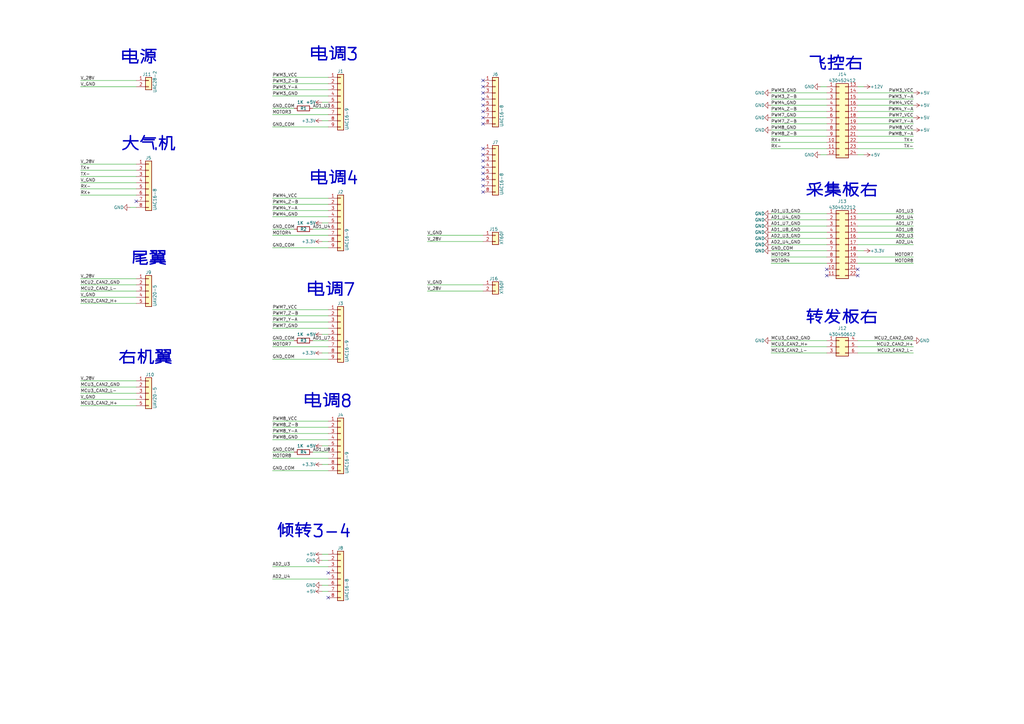
<source format=kicad_sch>
(kicad_sch (version 20230121) (generator eeschema)
  (paper "A3")
  (title_block (title "设备盒PCB1") (company "南京拓兴智控"))
  (lib_symbols
    (symbol "Connector_Generic:Conn_01x02" (pin_names (offset 1.016) hide)
      (property "Reference" "J" (at 0 2.54 0))
      (property "Value" "Conn_01x02" (at 0 -5.08 0))
      (symbol "Conn_01x02_1_1"
        (rectangle (start -1.27 -2.413) (end 0 -2.667) (stroke (width 0.1524)))
        (rectangle (start -1.27 0.127) (end 0 -0.127) (stroke (width 0.1524)))
        (rectangle (start -1.27 1.27) (end 1.27 -3.81) (stroke (width 0.254)) (fill (type background)))
        (pin passive line (at -5.08 0 0) (length 3.81) (name "Pin_1") (number "1"))
        (pin passive line (at -5.08 -2.54 0) (length 3.81) (name "Pin_2") (number "2"))
      )
    )
    (symbol "Connector_Generic:Conn_01x05" (pin_names (offset 1.016) hide)
      (property "Reference" "J" (at 0 7.62 0))
      (property "Value" "Conn_01x05" (at 0 -7.62 0))
      (symbol "Conn_01x05_1_1"
        (rectangle (start -1.27 -4.953) (end 0 -5.207) (stroke (width 0.1524)))
        (rectangle (start -1.27 -2.413) (end 0 -2.667) (stroke (width 0.1524)))
        (rectangle (start -1.27 0.127) (end 0 -0.127) (stroke (width 0.1524)))
        (rectangle (start -1.27 2.667) (end 0 2.413) (stroke (width 0.1524)))
        (rectangle (start -1.27 5.207) (end 0 4.953) (stroke (width 0.1524)))
        (rectangle (start -1.27 6.35) (end 1.27 -6.35) (stroke (width 0.254)) (fill (type background)))
        (pin passive line (at -5.08 5.08 0) (length 3.81) (name "Pin_1") (number "1"))
        (pin passive line (at -5.08 2.54 0) (length 3.81) (name "Pin_2") (number "2"))
        (pin passive line (at -5.08 0 0) (length 3.81) (name "Pin_3") (number "3"))
        (pin passive line (at -5.08 -2.54 0) (length 3.81) (name "Pin_4") (number "4"))
        (pin passive line (at -5.08 -5.08 0) (length 3.81) (name "Pin_5") (number "5"))
      )
    )
    (symbol "Connector_Generic:Conn_01x08" (pin_names (offset 1.016) hide)
      (property "Reference" "J" (at 0 10.16 0))
      (property "Value" "Conn_01x08" (at 0 -12.7 0))
      (symbol "Conn_01x08_1_1"
        (rectangle (start -1.27 -10.033) (end 0 -10.287) (stroke (width 0.1524)))
        (rectangle (start -1.27 -7.493) (end 0 -7.747) (stroke (width 0.1524)))
        (rectangle (start -1.27 -4.953) (end 0 -5.207) (stroke (width 0.1524)))
        (rectangle (start -1.27 -2.413) (end 0 -2.667) (stroke (width 0.1524)))
        (rectangle (start -1.27 0.127) (end 0 -0.127) (stroke (width 0.1524)))
        (rectangle (start -1.27 2.667) (end 0 2.413) (stroke (width 0.1524)))
        (rectangle (start -1.27 5.207) (end 0 4.953) (stroke (width 0.1524)))
        (rectangle (start -1.27 7.747) (end 0 7.493) (stroke (width 0.1524)))
        (rectangle (start -1.27 8.89) (end 1.27 -11.43) (stroke (width 0.254)) (fill (type background)))
        (pin passive line (at -5.08 7.62 0) (length 3.81) (name "Pin_1") (number "1"))
        (pin passive line (at -5.08 5.08 0) (length 3.81) (name "Pin_2") (number "2"))
        (pin passive line (at -5.08 2.54 0) (length 3.81) (name "Pin_3") (number "3"))
        (pin passive line (at -5.08 0 0) (length 3.81) (name "Pin_4") (number "4"))
        (pin passive line (at -5.08 -2.54 0) (length 3.81) (name "Pin_5") (number "5"))
        (pin passive line (at -5.08 -5.08 0) (length 3.81) (name "Pin_6") (number "6"))
        (pin passive line (at -5.08 -7.62 0) (length 3.81) (name "Pin_7") (number "7"))
        (pin passive line (at -5.08 -10.16 0) (length 3.81) (name "Pin_8") (number "8"))
      )
    )
    (symbol "Connector_Generic:Conn_01x09" (pin_names (offset 1.016) hide)
      (property "Reference" "J" (at 0 12.7 0))
      (property "Value" "Conn_01x09" (at 0 -12.7 0))
      (symbol "Conn_01x09_1_1"
        (rectangle (start -1.27 -10.033) (end 0 -10.287) (stroke (width 0.1524)))
        (rectangle (start -1.27 -7.493) (end 0 -7.747) (stroke (width 0.1524)))
        (rectangle (start -1.27 -4.953) (end 0 -5.207) (stroke (width 0.1524)))
        (rectangle (start -1.27 -2.413) (end 0 -2.667) (stroke (width 0.1524)))
        (rectangle (start -1.27 0.127) (end 0 -0.127) (stroke (width 0.1524)))
        (rectangle (start -1.27 2.667) (end 0 2.413) (stroke (width 0.1524)))
        (rectangle (start -1.27 5.207) (end 0 4.953) (stroke (width 0.1524)))
        (rectangle (start -1.27 7.747) (end 0 7.493) (stroke (width 0.1524)))
        (rectangle (start -1.27 10.287) (end 0 10.033) (stroke (width 0.1524)))
        (rectangle (start -1.27 11.43) (end 1.27 -11.43) (stroke (width 0.254)) (fill (type background)))
        (pin passive line (at -5.08 10.16 0) (length 3.81) (name "Pin_1") (number "1"))
        (pin passive line (at -5.08 7.62 0) (length 3.81) (name "Pin_2") (number "2"))
        (pin passive line (at -5.08 5.08 0) (length 3.81) (name "Pin_3") (number "3"))
        (pin passive line (at -5.08 2.54 0) (length 3.81) (name "Pin_4") (number "4"))
        (pin passive line (at -5.08 0 0) (length 3.81) (name "Pin_5") (number "5"))
        (pin passive line (at -5.08 -2.54 0) (length 3.81) (name "Pin_6") (number "6"))
        (pin passive line (at -5.08 -5.08 0) (length 3.81) (name "Pin_7") (number "7"))
        (pin passive line (at -5.08 -7.62 0) (length 3.81) (name "Pin_8") (number "8"))
        (pin passive line (at -5.08 -10.16 0) (length 3.81) (name "Pin_9") (number "9"))
      )
    )
    (symbol "Connector_Generic:Conn_02x03_Top_Bottom" (pin_names (offset 1.016) hide)
      (property "Reference" "J" (at 1.27 5.08 0))
      (property "Value" "Conn_02x03_Top_Bottom" (at 1.27 -5.08 0))
      (symbol "Conn_02x03_Top_Bottom_1_1"
        (rectangle (start -1.27 -2.413) (end 0 -2.667) (stroke (width 0.1524)))
        (rectangle (start -1.27 0.127) (end 0 -0.127) (stroke (width 0.1524)))
        (rectangle (start -1.27 2.667) (end 0 2.413) (stroke (width 0.1524)))
        (rectangle (start -1.27 3.81) (end 3.81 -3.81) (stroke (width 0.254)) (fill (type background)))
        (rectangle (start 3.81 -2.413) (end 2.54 -2.667) (stroke (width 0.1524)))
        (rectangle (start 3.81 0.127) (end 2.54 -0.127) (stroke (width 0.1524)))
        (rectangle (start 3.81 2.667) (end 2.54 2.413) (stroke (width 0.1524)))
        (pin passive line (at -5.08 2.54 0) (length 3.81) (name "Pin_1") (number "1"))
        (pin passive line (at -5.08 0 0) (length 3.81) (name "Pin_2") (number "2"))
        (pin passive line (at -5.08 -2.54 0) (length 3.81) (name "Pin_3") (number "3"))
        (pin passive line (at 7.62 2.54 180) (length 3.81) (name "Pin_4") (number "4"))
        (pin passive line (at 7.62 0 180) (length 3.81) (name "Pin_5") (number "5"))
        (pin passive line (at 7.62 -2.54 180) (length 3.81) (name "Pin_6") (number "6"))
      )
    )
    (symbol "Connector_Generic:Conn_02x11_Top_Bottom" (pin_names (offset 1.016) hide)
      (property "Reference" "J" (at 1.27 15.24 0))
      (property "Value" "Conn_02x11_Top_Bottom" (at 1.27 -15.24 0))
      (symbol "Conn_02x11_Top_Bottom_1_1"
        (rectangle (start -1.27 -12.573) (end 0 -12.827) (stroke (width 0.1524)))
        (rectangle (start -1.27 -10.033) (end 0 -10.287) (stroke (width 0.1524)))
        (rectangle (start -1.27 -7.493) (end 0 -7.747) (stroke (width 0.1524)))
        (rectangle (start -1.27 -4.953) (end 0 -5.207) (stroke (width 0.1524)))
        (rectangle (start -1.27 -2.413) (end 0 -2.667) (stroke (width 0.1524)))
        (rectangle (start -1.27 0.127) (end 0 -0.127) (stroke (width 0.1524)))
        (rectangle (start -1.27 2.667) (end 0 2.413) (stroke (width 0.1524)))
        (rectangle (start -1.27 5.207) (end 0 4.953) (stroke (width 0.1524)))
        (rectangle (start -1.27 7.747) (end 0 7.493) (stroke (width 0.1524)))
        (rectangle (start -1.27 10.287) (end 0 10.033) (stroke (width 0.1524)))
        (rectangle (start -1.27 12.827) (end 0 12.573) (stroke (width 0.1524)))
        (rectangle (start -1.27 13.97) (end 3.81 -13.97) (stroke (width 0.254)) (fill (type background)))
        (rectangle (start 3.81 -12.573) (end 2.54 -12.827) (stroke (width 0.1524)))
        (rectangle (start 3.81 -10.033) (end 2.54 -10.287) (stroke (width 0.1524)))
        (rectangle (start 3.81 -7.493) (end 2.54 -7.747) (stroke (width 0.1524)))
        (rectangle (start 3.81 -4.953) (end 2.54 -5.207) (stroke (width 0.1524)))
        (rectangle (start 3.81 -2.413) (end 2.54 -2.667) (stroke (width 0.1524)))
        (rectangle (start 3.81 0.127) (end 2.54 -0.127) (stroke (width 0.1524)))
        (rectangle (start 3.81 2.667) (end 2.54 2.413) (stroke (width 0.1524)))
        (rectangle (start 3.81 5.207) (end 2.54 4.953) (stroke (width 0.1524)))
        (rectangle (start 3.81 7.747) (end 2.54 7.493) (stroke (width 0.1524)))
        (rectangle (start 3.81 10.287) (end 2.54 10.033) (stroke (width 0.1524)))
        (rectangle (start 3.81 12.827) (end 2.54 12.573) (stroke (width 0.1524)))
        (pin passive line (at -5.08 12.7 0) (length 3.81) (name "Pin_1") (number "1"))
        (pin passive line (at -5.08 -10.16 0) (length 3.81) (name "Pin_10") (number "10"))
        (pin passive line (at -5.08 -12.7 0) (length 3.81) (name "Pin_11") (number "11"))
        (pin passive line (at 7.62 12.7 180) (length 3.81) (name "Pin_12") (number "12"))
        (pin passive line (at 7.62 10.16 180) (length 3.81) (name "Pin_13") (number "13"))
        (pin passive line (at 7.62 7.62 180) (length 3.81) (name "Pin_14") (number "14"))
        (pin passive line (at 7.62 5.08 180) (length 3.81) (name "Pin_15") (number "15"))
        (pin passive line (at 7.62 2.54 180) (length 3.81) (name "Pin_16") (number "16"))
        (pin passive line (at 7.62 0 180) (length 3.81) (name "Pin_17") (number "17"))
        (pin passive line (at 7.62 -2.54 180) (length 3.81) (name "Pin_18") (number "18"))
        (pin passive line (at 7.62 -5.08 180) (length 3.81) (name "Pin_19") (number "19"))
        (pin passive line (at -5.08 10.16 0) (length 3.81) (name "Pin_2") (number "2"))
        (pin passive line (at 7.62 -7.62 180) (length 3.81) (name "Pin_20") (number "20"))
        (pin passive line (at 7.62 -10.16 180) (length 3.81) (name "Pin_21") (number "21"))
        (pin passive line (at 7.62 -12.7 180) (length 3.81) (name "Pin_22") (number "22"))
        (pin passive line (at -5.08 7.62 0) (length 3.81) (name "Pin_3") (number "3"))
        (pin passive line (at -5.08 5.08 0) (length 3.81) (name "Pin_4") (number "4"))
        (pin passive line (at -5.08 2.54 0) (length 3.81) (name "Pin_5") (number "5"))
        (pin passive line (at -5.08 0 0) (length 3.81) (name "Pin_6") (number "6"))
        (pin passive line (at -5.08 -2.54 0) (length 3.81) (name "Pin_7") (number "7"))
        (pin passive line (at -5.08 -5.08 0) (length 3.81) (name "Pin_8") (number "8"))
        (pin passive line (at -5.08 -7.62 0) (length 3.81) (name "Pin_9") (number "9"))
      )
    )
    (symbol "Connector_Generic:Conn_02x12_Top_Bottom" (pin_names (offset 1.016) hide)
      (property "Reference" "J" (at 1.27 15.24 0))
      (property "Value" "Conn_02x12_Top_Bottom" (at 1.27 -17.78 0))
      (symbol "Conn_02x12_Top_Bottom_1_1"
        (rectangle (start -1.27 -15.113) (end 0 -15.367) (stroke (width 0.1524)))
        (rectangle (start -1.27 -12.573) (end 0 -12.827) (stroke (width 0.1524)))
        (rectangle (start -1.27 -10.033) (end 0 -10.287) (stroke (width 0.1524)))
        (rectangle (start -1.27 -7.493) (end 0 -7.747) (stroke (width 0.1524)))
        (rectangle (start -1.27 -4.953) (end 0 -5.207) (stroke (width 0.1524)))
        (rectangle (start -1.27 -2.413) (end 0 -2.667) (stroke (width 0.1524)))
        (rectangle (start -1.27 0.127) (end 0 -0.127) (stroke (width 0.1524)))
        (rectangle (start -1.27 2.667) (end 0 2.413) (stroke (width 0.1524)))
        (rectangle (start -1.27 5.207) (end 0 4.953) (stroke (width 0.1524)))
        (rectangle (start -1.27 7.747) (end 0 7.493) (stroke (width 0.1524)))
        (rectangle (start -1.27 10.287) (end 0 10.033) (stroke (width 0.1524)))
        (rectangle (start -1.27 12.827) (end 0 12.573) (stroke (width 0.1524)))
        (rectangle (start -1.27 13.97) (end 3.81 -16.51) (stroke (width 0.254)) (fill (type background)))
        (rectangle (start 3.81 -15.113) (end 2.54 -15.367) (stroke (width 0.1524)))
        (rectangle (start 3.81 -12.573) (end 2.54 -12.827) (stroke (width 0.1524)))
        (rectangle (start 3.81 -10.033) (end 2.54 -10.287) (stroke (width 0.1524)))
        (rectangle (start 3.81 -7.493) (end 2.54 -7.747) (stroke (width 0.1524)))
        (rectangle (start 3.81 -4.953) (end 2.54 -5.207) (stroke (width 0.1524)))
        (rectangle (start 3.81 -2.413) (end 2.54 -2.667) (stroke (width 0.1524)))
        (rectangle (start 3.81 0.127) (end 2.54 -0.127) (stroke (width 0.1524)))
        (rectangle (start 3.81 2.667) (end 2.54 2.413) (stroke (width 0.1524)))
        (rectangle (start 3.81 5.207) (end 2.54 4.953) (stroke (width 0.1524)))
        (rectangle (start 3.81 7.747) (end 2.54 7.493) (stroke (width 0.1524)))
        (rectangle (start 3.81 10.287) (end 2.54 10.033) (stroke (width 0.1524)))
        (rectangle (start 3.81 12.827) (end 2.54 12.573) (stroke (width 0.1524)))
        (pin passive line (at -5.08 12.7 0) (length 3.81) (name "Pin_1") (number "1"))
        (pin passive line (at -5.08 -10.16 0) (length 3.81) (name "Pin_10") (number "10"))
        (pin passive line (at -5.08 -12.7 0) (length 3.81) (name "Pin_11") (number "11"))
        (pin passive line (at -5.08 -15.24 0) (length 3.81) (name "Pin_12") (number "12"))
        (pin passive line (at 7.62 12.7 180) (length 3.81) (name "Pin_13") (number "13"))
        (pin passive line (at 7.62 10.16 180) (length 3.81) (name "Pin_14") (number "14"))
        (pin passive line (at 7.62 7.62 180) (length 3.81) (name "Pin_15") (number "15"))
        (pin passive line (at 7.62 5.08 180) (length 3.81) (name "Pin_16") (number "16"))
        (pin passive line (at 7.62 2.54 180) (length 3.81) (name "Pin_17") (number "17"))
        (pin passive line (at 7.62 0 180) (length 3.81) (name "Pin_18") (number "18"))
        (pin passive line (at 7.62 -2.54 180) (length 3.81) (name "Pin_19") (number "19"))
        (pin passive line (at -5.08 10.16 0) (length 3.81) (name "Pin_2") (number "2"))
        (pin passive line (at 7.62 -5.08 180) (length 3.81) (name "Pin_20") (number "20"))
        (pin passive line (at 7.62 -7.62 180) (length 3.81) (name "Pin_21") (number "21"))
        (pin passive line (at 7.62 -10.16 180) (length 3.81) (name "Pin_22") (number "22"))
        (pin passive line (at 7.62 -12.7 180) (length 3.81) (name "Pin_23") (number "23"))
        (pin passive line (at 7.62 -15.24 180) (length 3.81) (name "Pin_24") (number "24"))
        (pin passive line (at -5.08 7.62 0) (length 3.81) (name "Pin_3") (number "3"))
        (pin passive line (at -5.08 5.08 0) (length 3.81) (name "Pin_4") (number "4"))
        (pin passive line (at -5.08 2.54 0) (length 3.81) (name "Pin_5") (number "5"))
        (pin passive line (at -5.08 0 0) (length 3.81) (name "Pin_6") (number "6"))
        (pin passive line (at -5.08 -2.54 0) (length 3.81) (name "Pin_7") (number "7"))
        (pin passive line (at -5.08 -5.08 0) (length 3.81) (name "Pin_8") (number "8"))
        (pin passive line (at -5.08 -7.62 0) (length 3.81) (name "Pin_9") (number "9"))
      )
    )
    (symbol "Device:R" (pin_numbers hide) (pin_names (offset 0))
      (property "Reference" "R" (at 2.032 0 90))
      (property "Value" "R" (at 0 0 90))
      (symbol "R_0_1"
        (rectangle (start -1.016 -2.54) (end 1.016 2.54) (stroke (width 0.254)))
      )
      (symbol "R_1_1"
        (pin passive line (at 0 3.81 270) (length 1.27) (name "~") (number "1"))
        (pin passive line (at 0 -3.81 90) (length 1.27) (name "~") (number "2"))
      )
    )
    (symbol "power:+12V" (power) (pin_names (offset 0))
      (property "Value" "+12V" (at 0 3.556 0))
      (symbol "+12V_0_1"
        (polyline (pts (xy -0.762 1.27) (xy 0 2.54)))
        (polyline (pts (xy 0 0) (xy 0 2.54)))
        (polyline (pts (xy 0 2.54) (xy 0.762 1.27)))
      )
      (symbol "+12V_1_1"
        (pin power_in line (at 0 0 90) (length 0) hide (name "+12V") (number "1"))
      )
    )
    (symbol "power:+3.3V" (power) (pin_names (offset 0))
      (property "Value" "+3.3V" (at 0 3.556 0))
      (symbol "+3.3V_0_1"
        (polyline (pts (xy -0.762 1.27) (xy 0 2.54)))
        (polyline (pts (xy 0 0) (xy 0 2.54)))
        (polyline (pts (xy 0 2.54) (xy 0.762 1.27)))
      )
      (symbol "+3.3V_1_1"
        (pin power_in line (at 0 0 90) (length 0) hide (name "+3.3V") (number "1"))
      )
    )
    (symbol "power:+5V" (power) (pin_names (offset 0))
      (property "Value" "+5V" (at 0 3.556 0))
      (symbol "+5V_0_1"
        (polyline (pts (xy -0.762 1.27) (xy 0 2.54)))
        (polyline (pts (xy 0 0) (xy 0 2.54)))
        (polyline (pts (xy 0 2.54) (xy 0.762 1.27)))
      )
      (symbol "+5V_1_1"
        (pin power_in line (at 0 0 90) (length 0) hide (name "+5V") (number "1"))
      )
    )
    (symbol "power:GND" (power) (pin_names (offset 0))
      (property "Value" "GND" (at 0 -3.81 0))
      (symbol "GND_0_1"
        (polyline (pts (xy 0 0) (xy 0 -1.27) (xy 1.27 -1.27) (xy 0 -2.54) (xy -1.27 -1.27) (xy 0 -1.27)))
      )
      (symbol "GND_1_1"
        (pin power_in line (at 0 0 270) (length 0) hide (name "GND") (number "1"))
      )
    )
  )
  (no_connect (at 198.12 33.02))
  (no_connect (at 55.88 82.55))
  (no_connect (at 339.09 110.49))
  (no_connect (at 198.12 45.72))
  (no_connect (at 198.12 38.1))
  (no_connect (at 198.12 71.12))
  (no_connect (at 198.12 60.96))
  (no_connect (at 339.09 113.03))
  (no_connect (at 351.79 113.03))
  (no_connect (at 198.12 66.04))
  (no_connect (at 198.12 43.18))
  (no_connect (at 198.12 63.5))
  (no_connect (at 198.12 35.56))
  (no_connect (at 134.62 245.11))
  (no_connect (at 198.12 68.58))
  (no_connect (at 134.62 234.95))
  (no_connect (at 198.12 73.66))
  (no_connect (at 198.12 50.8))
  (no_connect (at 198.12 78.74))
  (no_connect (at 198.12 48.26))
  (no_connect (at 198.12 40.64))
  (no_connect (at 351.79 110.49))
  (no_connect (at 198.12 76.2))
  (wire (pts (xy 33.02 74.93) (xy 55.88 74.93)))
  (wire (pts (xy 316.23 107.95) (xy 339.09 107.95)))
  (wire (pts (xy 316.23 48.26) (xy 339.09 48.26)))
  (wire (pts (xy 33.02 156.21) (xy 55.88 156.21)))
  (wire (pts (xy 316.23 55.88) (xy 339.09 55.88)))
  (wire (pts (xy 111.76 101.6) (xy 134.62 101.6)))
  (wire (pts (xy 316.23 139.7) (xy 339.09 139.7)))
  (wire (pts (xy 374.65 100.33) (xy 351.79 100.33)))
  (wire (pts (xy 316.23 100.33) (xy 339.09 100.33)))
  (wire (pts (xy 33.02 77.47) (xy 55.88 77.47)))
  (wire (pts (xy 351.79 55.88) (xy 374.65 55.88)))
  (wire (pts (xy 175.26 116.84) (xy 198.12 116.84)))
  (wire (pts (xy 111.76 134.62) (xy 134.62 134.62)))
  (wire (pts (xy 316.23 144.78) (xy 339.09 144.78)))
  (wire (pts (xy 351.79 45.72) (xy 374.65 45.72)))
  (wire (pts (xy 132.08 91.44) (xy 134.62 91.44)))
  (wire (pts (xy 374.65 90.17) (xy 351.79 90.17)))
  (wire (pts (xy 132.08 144.78) (xy 134.62 144.78)))
  (wire (pts (xy 134.62 81.28) (xy 111.76 81.28)))
  (wire (pts (xy 316.23 102.87) (xy 339.09 102.87)))
  (wire (pts (xy 33.02 80.01) (xy 55.88 80.01)))
  (wire (pts (xy 316.23 53.34) (xy 339.09 53.34)))
  (wire (pts (xy 316.23 43.18) (xy 339.09 43.18)))
  (wire (pts (xy 316.23 40.64) (xy 339.09 40.64)))
  (wire (pts (xy 128.27 44.45) (xy 134.62 44.45)))
  (wire (pts (xy 374.65 95.25) (xy 351.79 95.25)))
  (wire (pts (xy 33.02 69.85) (xy 55.88 69.85)))
  (wire (pts (xy 33.02 158.75) (xy 55.88 158.75)))
  (wire (pts (xy 132.08 242.57) (xy 134.62 242.57)))
  (wire (pts (xy 374.65 139.7) (xy 351.79 139.7)))
  (wire (pts (xy 132.08 227.33) (xy 134.62 227.33)))
  (wire (pts (xy 351.79 53.34) (xy 374.65 53.34)))
  (wire (pts (xy 134.62 172.72) (xy 111.76 172.72)))
  (wire (pts (xy 33.02 72.39) (xy 55.88 72.39)))
  (wire (pts (xy 316.23 60.96) (xy 339.09 60.96)))
  (wire (pts (xy 132.08 182.88) (xy 134.62 182.88)))
  (wire (pts (xy 111.76 96.52) (xy 134.62 96.52)))
  (wire (pts (xy 33.02 119.38) (xy 55.88 119.38)))
  (wire (pts (xy 111.76 175.26) (xy 134.62 175.26)))
  (wire (pts (xy 134.62 127) (xy 111.76 127)))
  (wire (pts (xy 111.76 83.82) (xy 134.62 83.82)))
  (wire (pts (xy 111.76 237.49) (xy 134.62 237.49)))
  (wire (pts (xy 134.62 86.36) (xy 111.76 86.36)))
  (wire (pts (xy 33.02 67.31) (xy 55.88 67.31)))
  (wire (pts (xy 351.79 38.1) (xy 374.65 38.1)))
  (wire (pts (xy 53.34 85.09) (xy 55.88 85.09)))
  (wire (pts (xy 33.02 114.3) (xy 55.88 114.3)))
  (wire (pts (xy 351.79 58.42) (xy 374.65 58.42)))
  (wire (pts (xy 128.27 185.42) (xy 134.62 185.42)))
  (wire (pts (xy 354.33 102.87) (xy 351.79 102.87)))
  (wire (pts (xy 134.62 31.75) (xy 111.76 31.75)))
  (wire (pts (xy 132.08 99.06) (xy 134.62 99.06)))
  (wire (pts (xy 134.62 177.8) (xy 111.76 177.8)))
  (wire (pts (xy 316.23 105.41) (xy 339.09 105.41)))
  (wire (pts (xy 128.27 139.7) (xy 134.62 139.7)))
  (wire (pts (xy 316.23 142.24) (xy 339.09 142.24)))
  (wire (pts (xy 351.79 43.18) (xy 374.65 43.18)))
  (wire (pts (xy 111.76 44.45) (xy 120.65 44.45)))
  (wire (pts (xy 132.08 49.53) (xy 134.62 49.53)))
  (wire (pts (xy 175.26 99.06) (xy 198.12 99.06)))
  (wire (pts (xy 111.76 180.34) (xy 134.62 180.34)))
  (wire (pts (xy 316.23 87.63) (xy 339.09 87.63)))
  (wire (pts (xy 316.23 95.25) (xy 339.09 95.25)))
  (wire (pts (xy 111.76 185.42) (xy 120.65 185.42)))
  (wire (pts (xy 374.65 97.79) (xy 351.79 97.79)))
  (wire (pts (xy 111.76 187.96) (xy 134.62 187.96)))
  (wire (pts (xy 33.02 163.83) (xy 55.88 163.83)))
  (wire (pts (xy 111.76 142.24) (xy 134.62 142.24)))
  (wire (pts (xy 33.02 166.37) (xy 55.88 166.37)))
  (wire (pts (xy 374.65 107.95) (xy 351.79 107.95)))
  (wire (pts (xy 132.08 137.16) (xy 134.62 137.16)))
  (wire (pts (xy 374.65 144.78) (xy 351.79 144.78)))
  (wire (pts (xy 111.76 232.41) (xy 134.62 232.41)))
  (wire (pts (xy 351.79 50.8) (xy 374.65 50.8)))
  (wire (pts (xy 132.08 41.91) (xy 134.62 41.91)))
  (wire (pts (xy 316.23 97.79) (xy 339.09 97.79)))
  (wire (pts (xy 351.79 48.26) (xy 374.65 48.26)))
  (wire (pts (xy 33.02 35.56) (xy 55.88 35.56)))
  (wire (pts (xy 316.23 45.72) (xy 339.09 45.72)))
  (wire (pts (xy 374.65 105.41) (xy 351.79 105.41)))
  (wire (pts (xy 111.76 46.99) (xy 134.62 46.99)))
  (wire (pts (xy 374.65 92.71) (xy 351.79 92.71)))
  (wire (pts (xy 111.76 147.32) (xy 134.62 147.32)))
  (wire (pts (xy 175.26 96.52) (xy 198.12 96.52)))
  (wire (pts (xy 351.79 60.96) (xy 374.65 60.96)))
  (wire (pts (xy 354.33 63.5) (xy 351.79 63.5)))
  (wire (pts (xy 111.76 193.04) (xy 134.62 193.04)))
  (wire (pts (xy 336.55 35.56) (xy 339.09 35.56)))
  (wire (pts (xy 111.76 93.98) (xy 120.65 93.98)))
  (wire (pts (xy 316.23 58.42) (xy 339.09 58.42)))
  (wire (pts (xy 111.76 39.37) (xy 134.62 39.37)))
  (wire (pts (xy 175.26 119.38) (xy 198.12 119.38)))
  (wire (pts (xy 374.65 142.24) (xy 351.79 142.24)))
  (wire (pts (xy 33.02 124.46) (xy 55.88 124.46)))
  (wire (pts (xy 111.76 129.54) (xy 134.62 129.54)))
  (wire (pts (xy 132.08 190.5) (xy 134.62 190.5)))
  (wire (pts (xy 351.79 35.56) (xy 354.33 35.56)))
  (wire (pts (xy 111.76 88.9) (xy 134.62 88.9)))
  (wire (pts (xy 316.23 50.8) (xy 339.09 50.8)))
  (wire (pts (xy 111.76 139.7) (xy 120.65 139.7)))
  (wire (pts (xy 33.02 161.29) (xy 55.88 161.29)))
  (wire (pts (xy 111.76 52.07) (xy 134.62 52.07)))
  (wire (pts (xy 316.23 92.71) (xy 339.09 92.71)))
  (wire (pts (xy 33.02 116.84) (xy 55.88 116.84)))
  (wire (pts (xy 33.02 121.92) (xy 55.88 121.92)))
  (wire (pts (xy 132.08 240.03) (xy 134.62 240.03)))
  (wire (pts (xy 134.62 132.08) (xy 111.76 132.08)))
  (wire (pts (xy 336.55 63.5) (xy 339.09 63.5)))
  (wire (pts (xy 132.08 229.87) (xy 134.62 229.87)))
  (wire (pts (xy 316.23 90.17) (xy 339.09 90.17)))
  (wire (pts (xy 134.62 36.83) (xy 111.76 36.83)))
  (wire (pts (xy 111.76 34.29) (xy 134.62 34.29)))
  (wire (pts (xy 351.79 40.64) (xy 374.65 40.64)))
  (wire (pts (xy 128.27 93.98) (xy 134.62 93.98)))
  (wire (pts (xy 33.02 33.02) (xy 55.88 33.02)))
  (wire (pts (xy 374.65 87.63) (xy 351.79 87.63)))
  (wire (pts (xy 316.23 38.1) (xy 339.09 38.1)))
  (text "右机翼" (at 48.26 149.86 0) (effects (font (size 5 5) (thickness 0.6) bold) (justify left bottom)))
  (text "转发板右" (at 330.2 133.35 0) (effects (font (size 5 5) (thickness 0.6) bold) (justify left bottom)))
  (text "飞控右" (at 331.47 29.21 0) (effects (font (size 5 5) (thickness 0.6) bold) (justify left bottom)))
  (text "倾转3-4" (at 113.03 220.98 0) (effects (font (size 5 5) (thickness 0.6) bold) (justify left bottom)))
  (text "大气机" (at 49.53 62.23 0) (effects (font (size 5 5) (thickness 0.6) bold) (justify left bottom)))
  (text "尾翼" (at 53.34 109.22 0) (effects (font (size 5 5) (thickness 0.6) bold) (justify left bottom)))
  (text "电调8" (at 124.46 167.64 0) (effects (font (size 5 5) (thickness 0.6) bold) (justify left bottom)))
  (text "电调4" (at 127 76.2 0) (effects (font (size 5 5) (thickness 0.6) bold) (justify left bottom)))
  (text "电调7" (at 125.73 121.92 0) (effects (font (size 5 5) (thickness 0.6) bold) (justify left bottom)))
  (text "采集板右" (at 330.2 81.28 0) (effects (font (size 5 5) (thickness 0.6) bold) (justify left bottom)))
  (text "电调3" (at 127 25.4 0) (effects (font (size 5 5) (thickness 0.6) bold) (justify left bottom)))
  (text "电源" (at 49.53 26.67 0) (effects (font (size 5 5) (thickness 0.6) bold) (justify left bottom)))
  (label "PWM3_GND" (at 316.23 38.1 0))
  (label "V_GND" (at 33.02 35.56 0))
  (label "AD1_U7" (at 128.27 139.7 0))
  (label "PWM8_VCC" (at 111.76 172.72 0))
  (label "GND_COM" (at 316.23 102.87 0))
  (label "PWM7_GND" (at 316.23 48.26 0))
  (label "PWM7_Y-A" (at 374.65 50.8 180))
  (label "PWM8_Y-A" (at 111.76 177.8 0))
  (label "V_28V" (at 33.02 67.31 0))
  (label "AD2_U3" (at 374.65 97.79 180))
  (label "AD1_U8" (at 374.65 95.25 180))
  (label "PWM4_VCC" (at 374.65 43.18 180))
  (label "AD2_U3" (at 111.76 232.41 0))
  (label "MCU2_CAN2_H+" (at 374.65 142.24 180))
  (label "MCU2_CAN2_L-" (at 374.65 144.78 180))
  (label "MCU3_CAN2_GND" (at 33.02 158.75 0))
  (label "V_28V" (at 33.02 33.02 0))
  (label "AD1_U4" (at 128.27 93.98 0))
  (label "MCU3_CAN2_GND" (at 316.23 139.7 0))
  (label "GND_COM" (at 111.76 44.45 0))
  (label "V_GND" (at 33.02 121.92 0))
  (label "AD2_U3_GND" (at 316.23 97.79 0))
  (label "RX-" (at 33.02 77.47 0))
  (label "GND_COM" (at 111.76 147.32 0))
  (label "V_28V" (at 33.02 156.21 0))
  (label "PWM3_VCC" (at 374.65 38.1 180))
  (label "PWM8_GND" (at 111.76 180.34 0))
  (label "PWM8_Y-A" (at 374.65 55.88 180))
  (label "PWM3_Y-A" (at 374.65 40.64 180))
  (label "PWM7_Z-B" (at 316.23 50.8 0))
  (label "TX-" (at 33.02 72.39 0))
  (label "PWM4_GND" (at 111.76 88.9 0))
  (label "PWM3_Z-B" (at 316.23 40.64 0))
  (label "V_28V" (at 175.26 119.38 0))
  (label "AD1_U3" (at 374.65 87.63 180))
  (label "PWM8_VCC" (at 374.65 53.34 180))
  (label "RX+" (at 316.23 58.42 0))
  (label "AD2_U4" (at 111.76 237.49 0))
  (label "MCU3_CAN2_L-" (at 316.23 144.78 0))
  (label "AD1_U4_GND" (at 316.23 90.17 0))
  (label "MOTOR4" (at 111.76 96.52 0))
  (label "MCU3_CAN2_H+" (at 316.23 142.24 0))
  (label "PWM8_Z-B" (at 111.76 175.26 0))
  (label "PWM7_VCC" (at 374.65 48.26 180))
  (label "MOTOR8" (at 111.76 187.96 0))
  (label "PWM4_Y-A" (at 374.65 45.72 180))
  (label "PWM8_GND" (at 316.23 53.34 0))
  (label "PWM8_Z-B" (at 316.23 55.88 0))
  (label "RX-" (at 316.23 60.96 0))
  (label "TX+" (at 374.65 58.42 180))
  (label "AD1_U8_GND" (at 316.23 95.25 0))
  (label "MCU3_CAN2_L-" (at 33.02 161.29 0))
  (label "PWM4_GND" (at 316.23 43.18 0))
  (label "GND_COM" (at 111.76 185.42 0))
  (label "TX-" (at 374.65 60.96 180))
  (label "AD1_U7_GND" (at 316.23 92.71 0))
  (label "V_GND" (at 33.02 74.93 0))
  (label "GND_COM" (at 111.76 193.04 0))
  (label "AD1_U3_GND" (at 316.23 87.63 0))
  (label "PWM4_Y-A" (at 111.76 86.36 0))
  (label "AD1_U8" (at 128.27 185.42 0))
  (label "MOTOR8" (at 374.65 107.95 180))
  (label "AD2_U4" (at 374.65 100.33 180))
  (label "PWM4_VCC" (at 111.76 81.28 0))
  (label "PWM3_VCC" (at 111.76 31.75 0))
  (label "MCU3_CAN2_H+" (at 33.02 166.37 0))
  (label "V_28V" (at 33.02 114.3 0))
  (label "V_GND" (at 175.26 96.52 0))
  (label "PWM7_GND" (at 111.76 134.62 0))
  (label "GND_COM" (at 111.76 139.7 0))
  (label "MOTOR7" (at 111.76 142.24 0))
  (label "PWM3_Z-B" (at 111.76 34.29 0))
  (label "MOTOR3" (at 111.76 46.99 0))
  (label "MCU2_CAN2_H+" (at 33.02 124.46 0))
  (label "MOTOR3" (at 316.23 105.41 0))
  (label "AD1_U7" (at 374.65 92.71 180))
  (label "MCU2_CAN2_GND" (at 374.65 139.7 180))
  (label "MOTOR7" (at 374.65 105.41 180))
  (label "PWM7_VCC" (at 111.76 127 0))
  (label "GND_COM" (at 111.76 93.98 0))
  (label "MOTOR4" (at 316.23 107.95 0))
  (label "PWM4_Z-B" (at 316.23 45.72 0))
  (label "MCU2_CAN2_GND" (at 33.02 116.84 0))
  (label "V_GND" (at 33.02 163.83 0))
  (label "GND_COM" (at 111.76 101.6 0))
  (label "V_28V" (at 175.26 99.06 0))
  (label "RX+" (at 33.02 80.01 0))
  (label "AD1_U3" (at 128.27 44.45 0))
  (label "AD1_U4" (at 374.65 90.17 180))
  (label "PWM7_Y-A" (at 111.76 132.08 0))
  (label "TX+" (at 33.02 69.85 0))
  (label "MCU2_CAN2_L-" (at 33.02 119.38 0))
  (label "AD2_U4_GND" (at 316.23 100.33 0))
  (label "PWM7_Z-B" (at 111.76 129.54 0))
  (label "PWM3_GND" (at 111.76 39.37 0))
  (label "GND_COM" (at 111.76 52.07 0))
  (label "V_GND" (at 175.26 116.84 0))
  (label "PWM3_Y-A" (at 111.76 36.83 0))
  (label "PWM4_Z-B" (at 111.76 83.82 0))
  (symbol (lib_id "power:GND") (at 336.55 63.5 270) (unit 1)
    (property "Reference" "#PWR05" (effects hide))
    (property "Value" "GND" (at 334.01 63.5 90) (effects (justify right)))
  )
  (symbol (lib_id "power:+5V") (at 374.65 48.26 270) (mirror x) (unit 1)
    (property "Reference" "#PWR032" (effects hide))
    (property "Value" "+5V" (at 377.19 48.26 90) (effects (justify left)))
  )
  (symbol (lib_id "Connector_Generic:Conn_01x02") (at 203.2 96.52 0) (unit 1)
    (property "Reference" "J15" (at 200.66 93.98 0) (effects (justify left)))
    (property "Value" "XT60F" (at 205.74 100.33 90) (effects (justify left)))
    (property "Footprint" "Connector_AMASS:AMASS_XT60-F_1x02_P7.20mm_Vertical" (effects hide))
  )
  (symbol (lib_id "power:GND") (at 316.23 97.79 270) (unit 1)
    (property "Reference" "#PWR021" (effects hide))
    (property "Value" "GND" (at 313.69 97.79 90) (effects (justify right)))
  )
  (symbol (lib_id "power:GND") (at 316.23 139.7 270) (unit 1)
    (property "Reference" "#PWR034" (effects hide))
    (property "Value" "GND" (at 313.69 139.7 90) (effects (justify right)))
  )
  (symbol (lib_id "Connector_Generic:Conn_01x05") (at 60.96 119.38 0) (unit 1)
    (property "Reference" "J9" (at 59.69 111.76 0) (effects (justify left)))
    (property "Value" "UAV20-5" (at 63.5 125.73 90) (effects (justify left)))
    (property "Footprint" "UACsocket:UAC20-5" (effects hide))
  )
  (symbol (lib_id "power:+3.3V") (at 132.08 190.5 90) (unit 1)
    (property "Reference" "#PWR018" (effects hide))
    (property "Value" "+3.3V" (at 129.54 190.5 90) (effects (justify left)))
  )
  (symbol (lib_id "Connector_Generic:Conn_01x08") (at 203.2 68.58 0) (unit 1)
    (property "Reference" "J7" (at 201.93 58.42 0) (effects (justify left)))
    (property "Value" "UAC16-8" (at 205.74 80.01 90) (effects (justify left)))
    (property "Footprint" "UACsocket:UAC16-8" (effects hide))
  )
  (symbol (lib_id "Device:R") (at 124.46 44.45 90) (unit 1)
    (property "Reference" "R1" (at 124.46 44.45 90))
    (property "Value" "1K" (at 123.19 41.91 90))
    (property "Footprint" "Resistor_SMD:R_0402_1005Metric" (effects hide))
  )
  (symbol (lib_id "power:GND") (at 316.23 43.18 270) (unit 1)
    (property "Reference" "#PWR027" (effects hide))
    (property "Value" "GND" (at 313.69 43.18 90) (effects (justify right)))
  )
  (symbol (lib_id "Connector_Generic:Conn_01x02") (at 203.2 116.84 0) (unit 1)
    (property "Reference" "J16" (at 200.66 114.3 0) (effects (justify left)))
    (property "Value" "XT60F" (at 205.74 120.65 90) (effects (justify left)))
    (property "Footprint" "Connector_AMASS:AMASS_XT60-F_1x02_P7.20mm_Vertical" (effects hide))
  )
  (symbol (lib_id "Connector_Generic:Conn_01x09") (at 139.7 182.88 0) (unit 1)
    (property "Reference" "J4" (at 138.43 170.18 0) (effects (justify left)))
    (property "Value" "UAC16-9" (at 142.24 194.31 90) (effects (justify left)))
    (property "Footprint" "UACsocket:UAC16-9" (effects hide))
  )
  (symbol (lib_id "power:GND") (at 316.23 53.34 270) (unit 1)
    (property "Reference" "#PWR029" (effects hide))
    (property "Value" "GND" (at 313.69 53.34 90) (effects (justify right)))
  )
  (symbol (lib_id "Device:R") (at 124.46 93.98 90) (unit 1)
    (property "Reference" "R2" (at 124.46 93.98 90))
    (property "Value" "1K" (at 123.19 91.44 90))
    (property "Footprint" "Resistor_SMD:R_0402_1005Metric" (effects hide))
  )
  (symbol (lib_id "power:GND") (at 374.65 139.7 90) (mirror x) (unit 1)
    (property "Reference" "#PWR035" (effects hide))
    (property "Value" "GND" (at 377.19 139.7 90) (effects (justify right)))
  )
  (symbol (lib_id "power:+5V") (at 374.65 53.34 270) (mirror x) (unit 1)
    (property "Reference" "#PWR033" (effects hide))
    (property "Value" "+5V" (at 377.19 53.34 90) (effects (justify left)))
  )
  (symbol (lib_id "Device:R") (at 124.46 185.42 90) (unit 1)
    (property "Reference" "R4" (at 124.46 185.42 90))
    (property "Value" "1K" (at 123.19 182.88 90))
    (property "Footprint" "Resistor_SMD:R_0402_1005Metric" (effects hide))
  )
  (symbol (lib_id "Connector_Generic:Conn_02x12_Top_Bottom") (at 344.17 48.26 0) (unit 1)
    (property "Reference" "J14" (at 345.44 30.48 0))
    (property "Value" "430452412" (at 345.44 33.02 0))
    (property "Footprint" "Molex:430452412" (effects hide))
  )
  (symbol (lib_id "power:+5V") (at 374.65 43.18 270) (mirror x) (unit 1)
    (property "Reference" "#PWR031" (effects hide))
    (property "Value" "+5V" (at 377.19 43.18 90) (effects (justify left)))
  )
  (symbol (lib_id "Device:R") (at 124.46 139.7 90) (unit 1)
    (property "Reference" "R3" (at 124.46 139.7 90))
    (property "Value" "1K" (at 123.19 137.16 90))
    (property "Footprint" "Resistor_SMD:R_0402_1005Metric" (effects hide))
  )
  (symbol (lib_id "power:+5V") (at 132.08 41.91 90) (unit 1)
    (property "Reference" "#PWR011" (effects hide))
    (property "Value" "+5V" (at 129.54 41.91 90) (effects (justify left)))
  )
  (symbol (lib_id "power:GND") (at 316.23 87.63 270) (unit 1)
    (property "Reference" "#PWR025" (effects hide))
    (property "Value" "GND" (at 313.69 87.63 90) (effects (justify right)))
  )
  (symbol (lib_id "power:+5V") (at 374.65 38.1 270) (mirror x) (unit 1)
    (property "Reference" "#PWR030" (effects hide))
    (property "Value" "+5V" (at 377.19 38.1 90) (effects (justify left)))
  )
  (symbol (lib_id "Connector_Generic:Conn_01x09") (at 139.7 41.91 0) (unit 1)
    (property "Reference" "J1" (at 138.43 29.21 0) (effects (justify left)))
    (property "Value" "UAC16-9" (at 142.24 53.34 90) (effects (justify left)))
    (property "Footprint" "UACsocket:UAC16-9" (effects hide))
  )
  (symbol (lib_id "Connector_Generic:Conn_02x03_Top_Bottom") (at 344.17 142.24 0) (unit 1)
    (property "Reference" "J12" (at 345.44 134.62 0))
    (property "Value" "430450612" (at 345.44 137.16 0))
    (property "Footprint" "Molex:430450612" (effects hide))
  )
  (symbol (lib_id "power:+3.3V") (at 132.08 99.06 90) (unit 1)
    (property "Reference" "#PWR014" (effects hide))
    (property "Value" "+3.3V" (at 129.54 99.06 90) (effects (justify left)))
  )
  (symbol (lib_id "power:GND") (at 316.23 48.26 270) (unit 1)
    (property "Reference" "#PWR028" (effects hide))
    (property "Value" "GND" (at 313.69 48.26 90) (effects (justify right)))
  )
  (symbol (lib_id "Connector_Generic:Conn_01x09") (at 139.7 137.16 0) (unit 1)
    (property "Reference" "J3" (at 138.43 124.46 0) (effects (justify left)))
    (property "Value" "UAC16-9" (at 142.24 148.59 90) (effects (justify left)))
    (property "Footprint" "UACsocket:UAC16-9" (effects hide))
  )
  (symbol (lib_id "Connector_Generic:Conn_01x08") (at 203.2 40.64 0) (unit 1)
    (property "Reference" "J6" (at 201.93 30.48 0) (effects (justify left)))
    (property "Value" "UAC16-8" (at 205.74 52.07 90) (effects (justify left)))
    (property "Footprint" "UACsocket:UAC16-8" (effects hide))
  )
  (symbol (lib_id "power:+5V") (at 132.08 242.57 90) (unit 1)
    (property "Reference" "#PWR09" (effects hide))
    (property "Value" "+5V" (at 129.54 242.57 90) (effects (justify left)))
  )
  (symbol (lib_id "power:+12V") (at 354.33 35.56 270) (unit 1)
    (property "Reference" "#PWR03" (effects hide))
    (property "Value" "+12V" (at 356.87 35.56 90) (effects (justify left)))
  )
  (symbol (lib_id "power:GND") (at 53.34 85.09 270) (unit 1)
    (property "Reference" "#PWR010" (effects hide))
    (property "Value" "GND" (at 50.8 85.09 90) (effects (justify right)))
  )
  (symbol (lib_id "Connector_Generic:Conn_01x02") (at 60.96 33.02 0) (unit 1)
    (property "Reference" "J11" (at 58.42 30.48 0) (effects (justify left)))
    (property "Value" "UAC28-2" (at 63.5 38.1 90) (effects (justify left)))
    (property "Footprint" "UACsocket:UAC28-2" (effects hide))
  )
  (symbol (lib_id "power:GND") (at 316.23 90.17 270) (unit 1)
    (property "Reference" "#PWR024" (effects hide))
    (property "Value" "GND" (at 313.69 90.17 90) (effects (justify right)))
  )
  (symbol (lib_id "Connector_Generic:Conn_01x09") (at 139.7 91.44 0) (unit 1)
    (property "Reference" "J2" (at 138.43 78.74 0) (effects (justify left)))
    (property "Value" "UAC16-9" (at 142.24 102.87 90) (effects (justify left)))
    (property "Footprint" "UACsocket:UAC16-9" (effects hide))
  )
  (symbol (lib_id "power:GND") (at 132.08 240.03 270) (unit 1)
    (property "Reference" "#PWR08" (effects hide))
    (property "Value" "GND" (at 129.54 240.03 90) (effects (justify right)))
  )
  (symbol (lib_id "power:GND") (at 132.08 229.87 270) (unit 1)
    (property "Reference" "#PWR07" (effects hide))
    (property "Value" "GND" (at 129.54 229.87 90) (effects (justify right)))
  )
  (symbol (lib_id "power:+3.3V") (at 354.33 102.87 270) (unit 1)
    (property "Reference" "#PWR06" (effects hide))
    (property "Value" "+3.3V" (at 356.87 102.87 90) (effects (justify left)))
  )
  (symbol (lib_id "power:+3.3V") (at 132.08 144.78 90) (unit 1)
    (property "Reference" "#PWR016" (effects hide))
    (property "Value" "+3.3V" (at 129.54 144.78 90) (effects (justify left)))
  )
  (symbol (lib_id "power:+5V") (at 354.33 63.5 270) (unit 1)
    (property "Reference" "#PWR04" (effects hide))
    (property "Value" "+5V" (at 356.87 63.5 90) (effects (justify left)))
  )
  (symbol (lib_id "Connector_Generic:Conn_01x05") (at 60.96 161.29 0) (unit 1)
    (property "Reference" "J10" (at 59.69 153.67 0) (effects (justify left)))
    (property "Value" "UAV20-5" (at 63.5 167.64 90) (effects (justify left)))
    (property "Footprint" "UACsocket:UAC20-5" (effects hide))
  )
  (symbol (lib_id "power:+5V") (at 132.08 227.33 90) (unit 1)
    (property "Reference" "#PWR01" (effects hide))
    (property "Value" "+5V" (at 129.54 227.33 90) (effects (justify left)))
  )
  (symbol (lib_id "power:GND") (at 316.23 100.33 270) (unit 1)
    (property "Reference" "#PWR020" (effects hide))
    (property "Value" "GND" (at 313.69 100.33 90) (effects (justify right)))
  )
  (symbol (lib_id "power:+3.3V") (at 132.08 49.53 90) (unit 1)
    (property "Reference" "#PWR012" (effects hide))
    (property "Value" "+3.3V" (at 129.54 49.53 90) (effects (justify left)))
  )
  (symbol (lib_id "power:+5V") (at 132.08 91.44 90) (unit 1)
    (property "Reference" "#PWR013" (effects hide))
    (property "Value" "+5V" (at 129.54 91.44 90) (effects (justify left)))
  )
  (symbol (lib_id "Connector_Generic:Conn_02x11_Top_Bottom") (at 344.17 100.33 0) (unit 1)
    (property "Reference" "J13" (at 345.44 82.55 0))
    (property "Value" "430452212" (at 345.44 85.09 0))
    (property "Footprint" "Molex:430452212" (effects hide))
  )
  (symbol (lib_id "power:GND") (at 336.55 35.56 270) (unit 1)
    (property "Reference" "#PWR02" (effects hide))
    (property "Value" "GND" (at 334.01 35.56 90) (effects (justify right)))
  )
  (symbol (lib_id "power:GND") (at 316.23 38.1 270) (unit 1)
    (property "Reference" "#PWR026" (effects hide))
    (property "Value" "GND" (at 313.69 38.1 90) (effects (justify right)))
  )
  (symbol (lib_id "power:+5V") (at 132.08 137.16 90) (unit 1)
    (property "Reference" "#PWR015" (effects hide))
    (property "Value" "+5V" (at 129.54 137.16 90) (effects (justify left)))
  )
  (symbol (lib_id "power:GND") (at 316.23 95.25 270) (unit 1)
    (property "Reference" "#PWR022" (effects hide))
    (property "Value" "GND" (at 313.69 95.25 90) (effects (justify right)))
  )
  (symbol (lib_id "power:+5V") (at 132.08 182.88 90) (unit 1)
    (property "Reference" "#PWR017" (effects hide))
    (property "Value" "+5V" (at 129.54 182.88 90) (effects (justify left)))
  )
  (symbol (lib_id "power:GND") (at 316.23 102.87 270) (unit 1)
    (property "Reference" "#PWR019" (effects hide))
    (property "Value" "GND" (at 313.69 102.87 90) (effects (justify right)))
  )
  (symbol (lib_id "Connector_Generic:Conn_01x08") (at 139.7 234.95 0) (unit 1)
    (property "Reference" "J8" (at 138.43 224.79 0) (effects (justify left)))
    (property "Value" "UAC16-8" (at 142.24 246.38 90) (effects (justify left)))
    (property "Footprint" "UACsocket:UAC16-8" (effects hide))
  )
  (symbol (lib_id "power:GND") (at 316.23 92.71 270) (unit 1)
    (property "Reference" "#PWR023" (effects hide))
    (property "Value" "GND" (at 313.69 92.71 90) (effects (justify right)))
  )
  (symbol (lib_id "Connector_Generic:Conn_01x08") (at 60.96 74.93 0) (unit 1)
    (property "Reference" "J5" (at 59.69 64.77 0) (effects (justify left)))
    (property "Value" "UAC16-8" (at 63.5 86.36 90) (effects (justify left)))
    (property "Footprint" "UACsocket:UAC16-8" (effects hide))
  )
)
</source>
